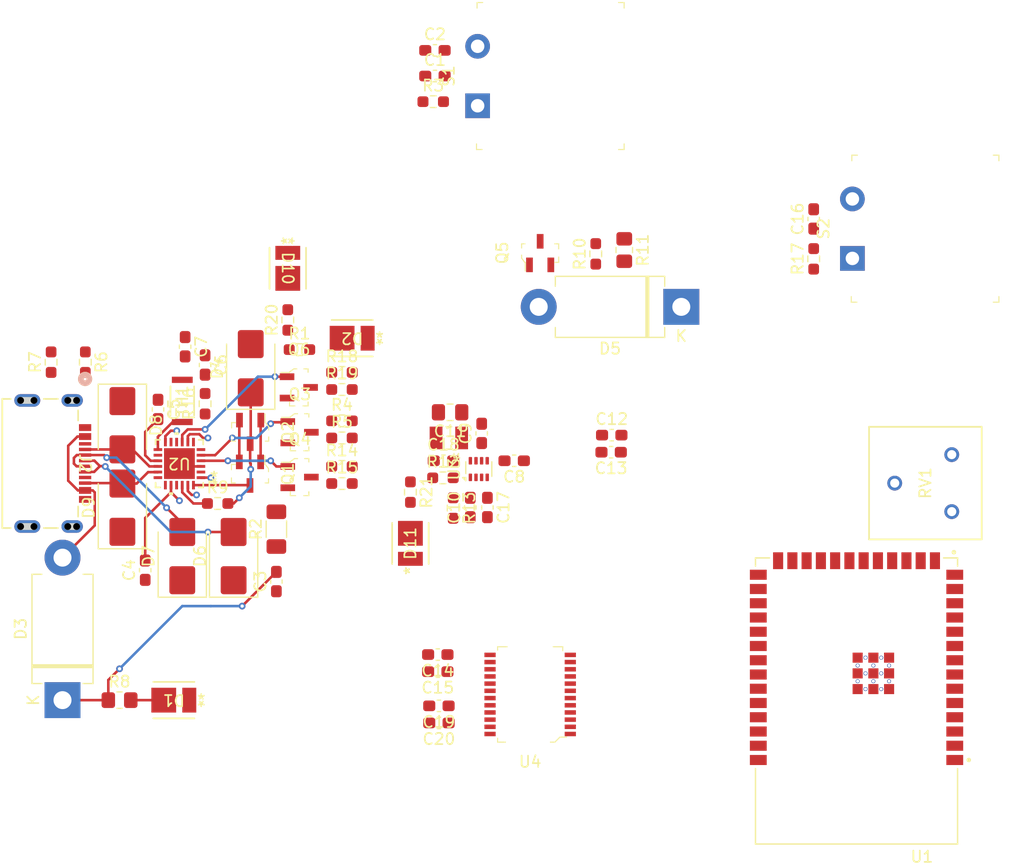
<source format=kicad_pcb>
(kicad_pcb (version 20241229) (generator "pcbnew") (generator_version "9.0")
  (layers (0 "F.Cu" signal) (2 "B.Cu" signal) (13 "F.Paste" user) (15 "B.Paste" user) (5 "F.SilkS" user "F.Silkscreen") (7 "B.SilkS" user "B.Silkscreen") (1 "F.Mask" user) (3 "B.Mask" user) (25 "Edge.Cuts" user))
  (net 0 "")
  (net 1 "GND")
  (net 2 "EN")
  (net 3 "VBUS_SEN")
  (net 4 "V5V")
  (net 5 "Net-(U2-IFB)")
  (net 6 "VOUT")
  (net 7 "Net-(U2-V18)")
  (net 8 "Net-(U3-SS)")
  (net 9 "Net-(U3-BST)")
  (net 10 "Net-(U3-SW)")
  (net 11 "ESP_3V3")
  (net 12 "GPIO-0")
  (net 13 "Net-(U3-FB)")
  (net 14 "Net-(D1-A)")
  (net 15 "Net-(D2-A)")
  (net 16 "VBUS")
  (net 17 "Net-(D5-A)")
  (net 18 "D+")
  (net 19 "D-")
  (net 20 "CC1")
  (net 21 "CC2")
  (net 22 "Net-(D10-A)")
  (net 23 "Net-(D11-A)")
  (net 30 "Net-(Q1-D)")
  (net 31 "Net-(Q1-S)")
  (net 32 "Net-(Q1-G)")
  (net 33 "PS_SCL")
  (net 34 "SCL")
  (net 35 "PS_SDA")
  (net 36 "SDA")
  (net 37 "Net-(Q5-G)")
  (net 38 "PS_INT")
  (net 39 "INT")
  (net 40 "Net-(U2-LED)")
  (net 41 "Net-(U2-VOUT)")
  (net 42 "ESP_SC")
  (net 43 "Net-(U2-PWR_EN)")
  (net 44 "ADC1_8")
  (net 45 "Net-(U2-OTP)")
  (net 46 "STBY")
  (net 49 "PWMB")
  (net 50 "BIN2")
  (net 51 "GPIO-5")
  (net 52 "GPIO-7")
  (net 54 "PWMA")
  (net 55 "BIN1")
  (net 56 "GPIO-6")
  (net 57 "GPIO-14")
  (net 58 "GPIO-12")
  (net 59 "RX")
  (net 62 "AIN1")
  (net 64 "GPIO-4")
  (net 66 "GPIO-11")
  (net 68 "GPIO-13")
  (net 70 "AIN2")
  (net 74 "TX")
  (net 85 "BO1")
  (net 86 "BO2")
  (net 87 "AO1")
  (net 88 "AO2")
  (footprint "Diode_SMD:D_SMB" (layer "F.Cu") (at 77.216 52.46 90)
    (property "Reference" "D4")
    (property "Value" "D_Zener")
  )
  (footprint "Capacitor_SMD:C_0603_1608Metric_Pad1.08x0.95mm_HandSolder" (layer "F.Cu") (at 109.3735 58.42)
    (property "Reference" "C12")
    (property "Value" "22uF")
  )
  (footprint "Resistor_SMD:R_0603_1608Metric_Pad0.98x0.95mm_HandSolder" (layer "F.Cu") (at 85.344 54.356)
    (property "Reference" "R19")
    (property "Value" "5.1k")
  )
  (footprint "Capacitor_SMD:C_0603_1608Metric_Pad1.08x0.95mm_HandSolder" (layer "F.Cu") (at 93.98 82.55 180)
    (property "Reference" "C19")
    (property "Value" "100nF")
  )
  (footprint "digikey-footprints:SOT-23-3" (layer "F.Cu") (at 77.15 61.8576 -90)
    (property "Reference" "Q1")
    (property "Value" "BSS138")
  )
  (footprint "Capacitor_SMD:C_0603_1608Metric_Pad1.08x0.95mm_HandSolder" (layer "F.Cu") (at 94.3875 60.706)
    (property "Reference" "C18")
    (property "Value" "22pF")
  )
  (footprint "Footprints:XCVR_ESP32-S2-SOLO-N4" (layer "F.Cu") (at 131.178 82.116 180)
    (property "Reference" "U1")
    (property "Value" "ESP32-S2-SOLO-N4")
  )
  (footprint "Diode_SMD:D_SMB" (layer "F.Cu") (at 65.786 57.54 -90)
    (property "Reference" "D8")
    (property "Value" "T15B12")
  )
  (footprint "Capacitor_SMD:C_0603_1608Metric_Pad1.08x0.95mm_HandSolder" (layer "F.Cu") (at 97.79 58.2665 90)
    (property "Reference" "C9")
    (property "Value" "100nF")
  )
  (footprint "Resistor_SMD:R_0603_1608Metric_Pad0.98x0.95mm_HandSolder" (layer "F.Cu") (at 127.362 42.7125 90)
    (property "Reference" "R17")
    (property "Value" "10k")
  )
  (footprint "Capacitor_SMD:C_0603_1608Metric_Pad1.08x0.95mm_HandSolder" (layer "F.Cu") (at 100.6845 60.706 180)
    (property "Reference" "C8")
    (property "Value" "33nF")
  )
  (footprint "Capacitor_SMD:C_0603_1608Metric_Pad1.08x0.95mm_HandSolder" (layer "F.Cu") (at 73.152 52.1705 -90)
    (property "Reference" "C6")
    (property "Value" "10uF")
  )
  (footprint "Diode_SMD:D_SMB" (layer "F.Cu") (at 65.786 64.888 90)
    (property "Reference" "D9")
    (property "Value" "T15B12")
  )
  (footprint "Capacitor_SMD:C_0603_1608Metric_Pad1.08x0.95mm_HandSolder" (layer "F.Cu") (at 71.374 50.546 -90)
    (property "Reference" "C7")
    (property "Value" "100nF")
  )
  (footprint "Resistor_SMD:R_0603_1608Metric_Pad0.98x0.95mm_HandSolder" (layer "F.Cu") (at 85.344 61.214)
    (property "Reference" "R14")
    (property "Value" "5.1k")
  )
  (footprint "Resistor_SMD:R_0603_1608Metric_Pad0.98x0.95mm_HandSolder" (layer "F.Cu") (at 85.344 62.738)
    (property "Reference" "R15")
    (property "Value" "5.1k")
  )
  (footprint "Capacitor_SMD:C_0603_1608Metric_Pad1.08x0.95mm_HandSolder" (layer "F.Cu") (at 98.298 64.8705 -90)
    (property "Reference" "C17")
    (property "Value" "10uF")
  )
  (footprint "Resistor_SMD:R_0603_1608Metric_Pad0.98x0.95mm_HandSolder" (layer "F.Cu") (at 59.436 51.9195 90)
    (property "Reference" "R7")
    (property "Value" "5.1k")
  )
  (footprint "Resistor_SMD:R_0603_1608Metric_Pad0.98x0.95mm_HandSolder" (layer "F.Cu") (at 95.25 64.9205 -90)
    (property "Reference" "R13")
    (property "Value" "10k")
  )
  (footprint "Resistor_SMD:R_0603_1608Metric_Pad0.98x0.95mm_HandSolder" (layer "F.Cu") (at 85.344 52.832)
    (property "Reference" "R18")
    (property "Value" "5.1k")
  )
  (footprint "Footprints:CB2518T4R7MR" (layer "F.Cu") (at 94.866 58.674 180)
    (property "Reference" "L1")
    (property "Value" "4.7uH")
  )
  (footprint "Resistor_SMD:R_0603_1608Metric_Pad0.98x0.95mm_HandSolder" (layer "F.Cu") (at 94.3375 62.23)
    (property "Reference" "R12")
    (property "Value" "30.9k")
  )
  (footprint "Footprints:LED" (layer "F.Cu") (at 70.369001 82.042 180)
    (property "Reference" "D1")
    (property "Value" "BLUE LED")
  )
  (footprint "digikey-footprints:SOT-23-3" (layer "F.Cu") (at 81.568 62.164)
    (property "Reference" "Q4")
    (property "Value" "BSS138")
  )
  (footprint "Footprints:LED" (layer "F.Cu") (at 91.44 68.072 90)
    (property "Reference" "D11")
    (property "Value" "GREEN LED")
  )
  (footprint "Resistor_SMD:R_0603_1608Metric_Pad0.98x0.95mm_HandSolder" (layer "F.Cu") (at 62.484 51.9195 -90)
    (property "Reference" "R6")
    (property "Value" "5.1k")
  )
  (footprint "digikey-footprints:SOT-23-3" (layer "F.Cu") (at 81.568 58.166)
    (property "Reference" "Q3")
    (property "Value" "BSS138")
  )
  (footprint "digikey-footprints:PushButton_12x12mm_THT_GPTS203211B" (layer "F.Cu") (at 97.428 29.066 90)
    (property "Reference" "S1")
    (property "Value" "GPTS203211B")
  )
  (footprint "digikey-footprints:PushButton_12x12mm_THT_GPTS203211B" (layer "F.Cu") (at 130.81 42.672 90)
    (property "Reference" "S2")
    (property "Value" "GPTS203211B")
  )
  (footprint "Capacitor_SMD:C_0603_1608Metric_Pad1.08x0.95mm_HandSolder" (layer "F.Cu") (at 93.8795 79.502 180)
    (property "Reference" "C15")
    (property "Value" "10uF")
  )
  (footprint "Resistor_SMD:R_0603_1608Metric_Pad0.98x0.95mm_HandSolder" (layer "F.Cu") (at 107.95 42.2675 90)
    (property "Reference" "R10")
    (property "Value" "220")
  )
  (footprint "Footprints:NC20K00103KBA" (layer "F.Cu") (at 71.12 55.372 90)
    (property "Reference" "TH1")
    (property "Value" "NTC-10k")
  )
  (footprint "Resistor_SMD:R_0603_1608Metric_Pad0.98x0.95mm_HandSolder" (layer "F.Cu") (at 85.344 57.15)
    (property "Reference" "R4")
    (property "Value" "5.1k")
  )
  (footprint "Capacitor_SMD:C_0805_2012Metric_Pad1.18x1.45mm_HandSolder" (layer "F.Cu") (at 94.9745 56.388 180)
    (property "Reference" "C11")
    (property "Value" "47uF")
  )
  (footprint "Diode_THT:D_DO-201AD_P12.70mm_Horizontal" (layer "F.Cu") (at 115.57 46.99 180)
    (property "Reference" "D5")
    (property "Value" "D_Schottky")
  )
  (footprint "Footprints:LED" (layer "F.Cu") (at 86.255 49.784 180)
    (property "Reference" "D2")
    (property "Value" "WHITE LED")
  )
  (footprint "Footprints:3310Y" (layer "F.Cu") (at 139.66 65.24 90)
    (property "Reference" "RV1")
    (property "Value" "Potentiometer")
  )
  (footprint "digikey-footprints:LSSOP-24_W5.6mm" (layer "F.Cu") (at 102.108 81.534 180)
    (property "Reference" "U4")
    (property "Value" "TB6612FNG_C_8_EL")
  )
  (footprint "Capacitor_SMD:C_0603_1608Metric_Pad1.08x0.95mm_HandSolder" (layer "F.Cu") (at 93.6255 24.13)
    (property "Reference" "C2")
    (property "Value" "100nF")
  )
  (footprint "Capacitor_SMD:C_0603_1608Metric_Pad1.08x0.95mm_HandSolder" (layer "F.Cu") (at 68.961 56.134 -90)
    (property "Reference" "C5")
    (property "Value" "100nF")
  )
  (footprint "Resistor_SMD:R_0603_1608Metric_Pad0.98x0.95mm_HandSolder" (layer "F.Cu") (at 91.44 63.5 -90)
    (property "Reference" "R21")
    (property "Value" "5.1k")
  )
  (footprint "Resistor_SMD:R_0603_1608Metric_Pad0.98x0.95mm_HandSolder" (layer "F.Cu") (at 80.518 48.1565 90)
    (property "Reference" "R20")
    (property "Value" "5.1k")
  )
  (footprint "Capacitor_SMD:C_0603_1608Metric_Pad1.08x0.95mm_HandSolder" (layer "F.Cu") (at 127.362 39.1565 90)
    (property "Reference" "C16")
    (property "Value" "1uF")
  )
  (footprint "Footprints:USB4520-03-0-A" (layer "F.Cu") (at 58.465339 60.948001 -90)
    (property "Reference" "J2")
    (property "Value" "USB4520-03-0-A")
    (fp_line (start -5.620001 1.748178) (end -5.620001 0.554378) (stroke (width 0.6096)) (layer "Edge.Cuts"))
    (fp_line (start 5.620001 1.748178) (end 5.620001 0.554378) (stroke (width 0.6096)) (layer "Edge.Cuts"))
    (fp_line (start -5.619999 -2.455022) (end -5.619999 -3.242422) (stroke (width 0.6096)) (layer "Edge.Cuts"))
    (fp_line (start 5.619999 -2.455022) (end 5.619999 -3.242422) (stroke (width 0.6096)) (layer "Edge.Cuts"))
  )
  (footprint "Footprints:AP33772DKZ" (layer "F.Cu") (at 70.866 60.96 180)
    (property "Reference" "U2")
    (property "Value" "AP33772SDKZ-13")
  )
  (footprint "Capacitor_SMD:C_0603_1608Metric_Pad1.08x0.95mm_HandSolder" (layer "F.Cu") (at 109.3205 59.944 180)
    (property "Reference" "C13")
    (property "Value" "100nF")
  )
  (footprint "Package_TO_SOT_SMD:SOT-583-8" (layer "F.Cu") (at 97.532 61.446 90)
    (property "Reference" "U3")
    (property "Value" "TPS62933")
  )
  (footprint "digikey-footprints:SOT-23-3" (layer "F.Cu") (at 102.997 42.198 90)
    (property "Reference" "Q5")
    (property "Value" "GSFC0201")
  )
  (footprint "Resistor_SMD:R_0805_2012Metric_Pad1.20x1.40mm_HandSolder" (layer "F.Cu") (at 110.49 41.926 -90)
    (property "Reference" "R11")
    (property "Value" "100k")
  )
  (footprint "Footprints:LED" (layer "F.Cu") (at 80.518 43.549999 -90)
    (property "Reference" "D10")
    (property "Value" "RED LED")
  )
  (footprint "Diode_SMD:D_SMB" (layer "F.Cu") (at 75.692 69.206 90)
    (property "Reference" "D6")
    (property "Value" "T15B12")
  )
  (footprint "Resistor_SMD:R_0603_1608Metric_Pad0.98x0.95mm_HandSolder" (layer "F.Cu") (at 74.2715 64.516)
    (property "Reference" "R9")
    (property "Value" "100")
  )
  (footprint "Capacitor_SMD:C_0603_1608Metric_Pad1.08x0.95mm_HandSolder" (layer "F.Cu") (at 96.774 64.8705 90)
    (property "Reference" "C10")
    (property "Value" "100nF")
  )
  (footprint "Capacitor_SMD:C_0603_1608Metric_Pad1.08x0.95mm_HandSolder" (layer "F.Cu") (at 93.6255 26.416)
    (property "Reference" "C1")
    (property "Value" "1uF")
  )
  (footprint "Capacitor_SMD:C_0603_1608Metric_Pad1.08x0.95mm_HandSolder" (layer "F.Cu") (at 67.818 70.4585 90)
    (property "Reference" "C4")
    (property "Value" "1uF")
  )
  (footprint "Resistor_SMD:R_0805_2012Metric_Pad1.20x1.40mm_HandSolder" (layer "F.Cu") (at 65.532 82.042)
    (property "Reference" "R8")
    (property "Value" "100k")
  )
  (footprint "digikey-footprints:SOT-23-3" (layer "F.Cu") (at 77.1652 58.132 -90)
    (property "Reference" "Q2")
    (property "Value" "BSS138")
  )
  (footprint "Resistor_SMD:R_0603_1608Metric_Pad0.98x0.95mm_HandSolder" (layer "F.Cu") (at 93.472 28.702)
    (property "Reference" "R3")
    (property "Value" "10k")
  )
  (footprint "Resistor_SMD:R_1206_3216Metric_Pad1.30x1.75mm_HandSolder" (layer "F.Cu") (at 79.502 66.802 90)
    (property "Reference" "R2")
    (property "Value" "5m")
  )
  (footprint "Capacitor_SMD:C_0603_1608Metric_Pad1.08x0.95mm_HandSolder" (layer "F.Cu") (at 79.502 71.4745 90)
    (property "Reference" "C3")
    (property "Value" "10uF")
  )
  (footprint "Resistor_SMD:R_0603_1608Metric_Pad0.98x0.95mm_HandSolder" (layer "F.Cu") (at 81.5575 50.8)
    (property "Reference" "R1")
    (property "Value" "5.1k")
  )
  (footprint "digikey-footprints:SOT-23-3" (layer "F.Cu") (at 81.5 54.168)
    (property "Reference" "Q6")
    (property "Value" "BSS138")
  )
  (footprint "Resistor_SMD:R_0603_1608Metric_Pad0.98x0.95mm_HandSolder" (layer "F.Cu") (at 85.344 58.674)
    (property "Reference" "R5")
    (property "Value" "5.1k")
  )
  (footprint "Capacitor_SMD:C_0603_1608Metric_Pad1.08x0.95mm_HandSolder" (layer "F.Cu") (at 93.8795 77.978 180)
    (property "Reference" "C14")
    (property "Value" "100nF")
  )
  (footprint "Diode_SMD:D_SMB" (layer "F.Cu") (at 71.12 69.206 90)
    (property "Reference" "D7")
    (property "Value" "T15B12")
  )
  (footprint "Diode_THT:D_DO-201AD_P12.70mm_Horizontal" (layer "F.Cu") (at 60.452 82.042 90)
    (property "Reference" "D3")
    (property "Value" "D_Schottky")
  )
  (footprint "Resistor_SMD:R_0603_1608Metric_Pad0.98x0.95mm_HandSolder" (layer "F.Cu") (at 73.152 55.626 90)
    (property "Reference" "R16")
    (property "Value" "10")
  )
  (footprint "Capacitor_SMD:C_0603_1608Metric_Pad1.08x0.95mm_HandSolder" (layer "F.Cu") (at 93.98 84.074 180)
    (property "Reference" "C20")
    (property "Value" "10uF")
  )
  (segment (start 72.7837 61.210063) (end 71.116063 61.210063) (width 0.2286) (layer "F.Cu") (net 1))
  (segment (start 71.116063 61.210063) (end 70.866 60.96) (width 0.2286) (layer "F.Cu") (net 1))
  (segment (start 76.454 73.66) (end 79.502 70.612) (width 0.2286) (layer "F.Cu") (net 3))
  (segment (start 64.532 80.248) (end 65.532 79.248) (width 0.2286) (layer "F.Cu") (net 3))
  (segment (start 73.640315 62.210315) (end 73.66 62.23) (width 0.2286) (layer "F.Cu") (net 3))
  (segment (start 64.532 82.042) (end 60.452 82.042) (width 0.2286) (layer "F.Cu") (net 3))
  (segment (start 72.7837 62.210315) (end 73.640315 62.210315) (width 0.2286) (layer "F.Cu") (net 3))
  (segment (start 64.532 82.042) (end 64.532 80.248) (width 0.2286) (layer "F.Cu") (net 3))
  (via (at 73.66 62.23) (size 0.6) (drill 0.3) (layers "F.Cu" "B.Cu") (net 3))
  (via (at 76.454 73.66) (size 0.6) (drill 0.3) (layers "F.Cu" "B.Cu") (net 3))
  (via (at 65.532 79.248) (size 0.6) (drill 0.3) (layers "F.Cu" "B.Cu") (net 3))
  (segment (start 73.66 73.66) (end 76.454 73.66) (width 0.2286) (layer "B.Cu") (net 3))
  (segment (start 65.532 79.248) (end 71.12 73.66) (width 0.2286) (layer "B.Cu") (net 3))
  (segment (start 76.454 73.66) (end 76.2 73.66) (width 0.2286) (layer "B.Cu") (net 3))
  (segment (start 71.12 73.66) (end 73.66 73.66) (width 0.2286) (layer "B.Cu") (net 3))
  (segment (start 70.115811 62.8777) (end 70.115811 63.511811) (width 0.2286) (layer "F.Cu") (net 4))
  (segment (start 70.115811 63.511811) (end 67.818 65.809622) (width 0.2286) (layer "F.Cu") (net 4))
  (segment (start 70.115811 63.511811) (end 70.866 64.262) (width 0.2286) (layer "F.Cu") (net 4))
  (segment (start 67.818 65.809622) (end 67.818 69.596) (width 0.2286) (layer "F.Cu") (net 4))
  (via (at 70.866 64.262) (size 0.6) (drill 0.3) (layers "F.Cu" "B.Cu") (net 4))
  (segment (start 67.818 58.1395) (end 68.961 56.9965) (width 0.2286) (layer "F.Cu") (net 5))
  (segment (start 68.309826 60.709937) (end 67.818 60.218111) (width 0.2286) (layer "F.Cu") (net 5))
  (segment (start 68.9483 60.709937) (end 68.309826 60.709937) (width 0.2286) (layer "F.Cu") (net 5))
  (segment (start 67.818 60.218111) (end 67.818 58.1395) (width 0.2286) (layer "F.Cu") (net 5))
  (segment (start 77.216 61.468) (end 77.216 60.96) (width 0.2286) (layer "F.Cu") (net 6))
  (segment (start 77.1652 60.9092) (end 77.1652 59.182) (width 0.2286) (layer "F.Cu") (net 6))
  (segment (start 75.184 64.516) (end 75.692 64.516) (width 0.2286) (layer "F.Cu") (net 6))
  (segment (start 77.216 60.96) (end 77.1652 60.9092) (width 0.2286) (layer "F.Cu") (net 6))
  (segment (start 77.216 59.1312) (end 77.1652 59.182) (width 0.2286) (layer "F.Cu") (net 6))
  (segment (start 75.692 64.516) (end 76.2 64.008) (width 0.2286) (layer "F.Cu") (net 6))
  (segment (start 77.216 54.61) (end 77.216 59.1312) (width 0.2286) (layer "F.Cu") (net 6))
  (via (at 77.216 61.468) (size 0.6) (drill 0.3) (layers "F.Cu" "B.Cu") (net 6))
  (via (at 76.2 64.008) (size 0.6) (drill 0.3) (layers "F.Cu" "B.Cu") (net 6))
  (segment (start 77.216 62.992) (end 77.216 61.468) (width 0.2286) (layer "B.Cu") (net 6))
  (segment (start 76.2 64.008) (end 77.216 62.992) (width 0.2286) (layer "B.Cu") (net 6))
  (segment (start 69.615685 59.0423) (end 69.615685 58.511246) (width 0.2286) (layer "F.Cu") (net 7))
  (segment (start 69.615685 58.511246) (end 70.09593 58.031001) (width 0.2286) (layer "F.Cu") (net 7))
  (segment (start 70.09593 58.031001) (end 70.627835 58.031001) (width 0.2286) (layer "F.Cu") (net 7))
  (via (at 70.627835 58.031001) (size 0.6) (drill 0.3) (layers "F.Cu" "B.Cu") (net 7))
  (segment (start 66.532 82.042) (end 69.469 82.042) (width 0.2286) (layer "F.Cu") (net 14))
  (segment (start 62.464061 63.348001) (end 63.14556 63.348001) (width 0.2286) (layer "F.Cu") (net 16))
  (segment (start 63.325461 66.468539) (end 60.452 69.342) (width 0.2286) (layer "F.Cu") (net 16))
  (segment (start 60.96 59.372963) (end 60.96 62.484) (width 0.2286) (layer "F.Cu") (net 16))
  (segment (start 62.464061 58.548001) (end 61.784962 58.548001) (width 0.2286) (layer "F.Cu") (net 16))
  (segment (start 63.14556 63.348001) (end 63.325461 63.527902) (width 0.2286) (layer "F.Cu") (net 16))
  (segment (start 63.325461 63.527902) (end 63.325461 66.468539) (width 0.2286) (layer "F.Cu") (net 16))
  (segment (start 61.784962 58.548001) (end 60.96 59.372963) (width 0.2286) (layer "F.Cu") (net 16))
  (segment (start 61.824001 63.348001) (end 62.464061 63.348001) (width 0.2286) (layer "F.Cu") (net 16))
  (segment (start 60.96 62.484) (end 61.824001 63.348001) (width 0.2286) (layer "F.Cu") (net 16))
  (segment (start 73.406 67.056) (end 75.692 67.056) (width 0.2286) (layer "F.Cu") (net 18))
  (segment (start 63.269998 61.698002) (end 62.464061 61.698002) (width 0.2286) (layer "F.Cu") (net 18))
  (segment (start 64.231039 61.18642) (end 64.261527 61.216908) (width 0.2286) (layer "F.Cu") (net 18))
  (segment (start 63.293161 60.698001) (end 63.78158 61.18642) (width 0.2286) (layer "F.Cu") (net 18))
  (segment (start 62.464061 60.698001) (end 63.293161 60.698001) (width 0.2286) (layer "F.Cu") (net 18))
  (segment (start 63.78158 61.18642) (end 64.231039 61.18642) (width 0.2286) (layer "F.Cu") (net 18))
  (segment (start 63.78158 61.18642) (end 63.269998 61.698002) (width 0.2286) (layer "F.Cu") (net 18))
  (via (at 64.261527 61.216908) (size 0.6) (drill 0.3) (layers "F.Cu" "B.Cu") (net 18))
  (via (at 73.406 67.056) (size 0.6) (drill 0.3) (layers "F.Cu" "B.Cu") (net 18))
  (segment (start 68.322619 65.278) (end 70.100619 67.056) (width 0.2286) (layer "B.Cu") (net 18))
  (segment (start 70.100619 67.056) (end 73.406 67.056) (width 0.2286) (layer "B.Cu") (net 18))
  (segment (start 64.261527 61.216908) (end 68.322619 65.278) (width 0.2286) (layer "B.Cu") (net 18))
  (segment (start 61.706001 61.198001) (end 61.468 60.96) (width 0.2286) (layer "F.Cu") (net 19))
  (segment (start 69.723 64.897) (end 71.12 66.294) (width 0.2286) (layer "F.Cu") (net 19))
  (segment (start 61.468 60.452) (end 61.722 60.198) (width 0.2286) (layer "F.Cu") (net 19))
  (segment (start 62.464061 61.198001) (end 61.706001 61.198001) (width 0.2286) (layer "F.Cu") (net 19))
  (segment (start 62.464061 60.198) (end 64.160712 60.198) (width 0.2286) (layer "F.Cu") (net 19))
  (segment (start 61.722 60.198) (end 62.464061 60.198) (width 0.2286) (layer "F.Cu") (net 19))
  (segment (start 64.160712 60.198) (end 64.39 60.427288) (width 0.2286) (layer "F.Cu") (net 19))
  (segment (start 71.12 66.294) (end 71.12 67.056) (width 0.2286) (layer "F.Cu") (net 19))
  (segment (start 61.468 60.96) (end 61.468 60.452) (width 0.2286) (layer "F.Cu") (net 19))
  (via (at 64.39 60.427288) (size 0.6) (drill 0.3) (layers "F.Cu" "B.Cu") (net 19))
  (via (at 69.723 64.897) (size 0.6) (drill 0.3) (layers "F.Cu" "B.Cu") (net 19))
  (segment (start 69.723 64.897) (end 65.253288 60.427288) (width 0.2286) (layer "B.Cu") (net 19))
  (segment (start 65.253288 60.427288) (end 64.39 60.427288) (width 0.2286) (layer "B.Cu") (net 19))
  (segment (start 65.532 59.69) (end 65.523999 59.698001) (width 0.2286) (layer "F.Cu") (net 20))
  (segment (start 66.675 59.69) (end 65.786 59.69) (width 0.2286) (layer "F.Cu") (net 20))
  (segment (start 65.523999 59.698001) (end 62.464061 59.698001) (width 0.2286) (layer "F.Cu") (net 20))
  (segment (start 68.195063 61.210063) (end 66.675 59.69) (width 0.2286) (layer "F.Cu") (net 20))
  (segment (start 68.9483 61.210063) (end 68.195063 61.210063) (width 0.2286) (layer "F.Cu") (net 20))
  (segment (start 65.786 59.69) (end 65.532 59.69) (width 0.2286) (layer "F.Cu") (net 20))
  (segment (start 68.936489 61.722) (end 68.9483 61.710189) (width 0.2286) (layer "F.Cu") (net 21))
  (segment (start 68.072 61.722) (end 68.936489 61.722) (width 0.2286) (layer "F.Cu") (net 21))
  (segment (start 67.056 62.738) (end 68.072 61.722) (width 0.2286) (layer "F.Cu") (net 21))
  (segment (start 65.746 62.698) (end 65.786 62.738) (width 0.2286) (layer "F.Cu") (net 21))
  (segment (start 62.464061 62.698) (end 65.746 62.698) (width 0.2286) (layer "F.Cu") (net 21))
  (segment (start 66 62.698) (end 66.04 62.738) (width 0.2286) (layer "F.Cu") (net 21))
  (segment (start 67.056 62.738) (end 65.786 62.738) (width 0.2286) (layer "F.Cu") (net 21))
  (segment (start 78.1 60.8076) (end 78.1 57.0972) (width 0.2286) (layer "F.Cu") (net 30))
  (segment (start 78.1 57.0972) (end 78.1152 57.082) (width 0.2286) (layer "F.Cu") (net 30))
  (segment (start 72.116315 62.8777) (end 77.1201 62.8777) (width 0.2286) (layer "F.Cu") (net 31))
  (segment (start 77.1201 62.8777) (end 77.15 62.9076) (width 0.2286) (layer "F.Cu") (net 31))
  (segment (start 76.2 57.0972) (end 76.2152 57.082) (width 0.2286) (layer "F.Cu") (net 32))
  (segment (start 76.2 60.8076) (end 76.2 57.0972) (width 0.2286) (layer "F.Cu") (net 32))
  (segment (start 80.457 57.277) (end 80.518 57.216) (width 0.2286) (layer "F.Cu") (net 33))
  (segment (start 79.121 57.277) (end 80.457 57.277) (width 0.2286) (layer "F.Cu") (net 33))
  (segment (start 74.049889 60.209811) (end 75.5857 58.674) (width 0.2286) (layer "F.Cu") (net 33))
  (segment (start 72.7837 60.209811) (end 74.049889 60.209811) (width 0.2286) (layer "F.Cu") (net 33))
  (segment (start 80.33 57.404) (end 80.518 57.216) (width 0.2286) (layer "F.Cu") (net 33))
  (segment (start 78.994 57.404) (end 79.121 57.277) (width 0.2286) (layer "F.Cu") (net 33))
  (via (at 78.994 57.404) (size 0.6) (drill 0.3) (layers "F.Cu" "B.Cu") (net 33))
  (via (at 75.5857 58.674) (size 0.6) (drill 0.3) (layers "F.Cu" "B.Cu") (net 33))
  (segment (start 75.5857 58.674) (end 77.724 58.674) (width 0.2286) (layer "B.Cu") (net 33))
  (segment (start 77.724 58.674) (end 78.994 57.404) (width 0.2286) (layer "B.Cu") (net 33))
  (segment (start 78.994 60.706) (end 79.502 61.214) (width 0.2286) (layer "F.Cu") (net 35))
  (segment (start 72.787637 60.706) (end 75.184 60.706) (width 0.2286) (layer "F.Cu") (net 35))
  (segment (start 79.502 61.214) (end 80.518 61.214) (width 0.2286) (layer "F.Cu") (net 35))
  (segment (start 72.7837 60.709937) (end 72.787637 60.706) (width 0.2286) (layer "F.Cu") (net 35))
  (via (at 78.994 60.706) (size 0.6) (drill 0.3) (layers "F.Cu" "B.Cu") (net 35))
  (via (at 75.184 60.706) (size 0.6) (drill 0.3) (layers "F.Cu" "B.Cu") (net 35))
  (segment (start 75.184 60.706) (end 78.994 60.706) (width 0.2286) (layer "B.Cu") (net 35))
  (segment (start 71.116063 59.0423) (end 71.116063 58.403826) (width 0.2286) (layer "F.Cu") (net 38))
  (segment (start 71.116063 58.403826) (end 71.607889 57.912) (width 0.2286) (layer "F.Cu") (net 38))
  (segment (start 80.445 53.213) (end 80.45 53.218) (width 0.2286) (layer "F.Cu") (net 38))
  (segment (start 71.607889 57.912) (end 73.152 57.912) (width 0.2286) (layer "F.Cu") (net 38))
  (segment (start 79.375 53.213) (end 80.445 53.213) (width 0.2286) (layer "F.Cu") (net 38))
  (via (at 79.375 53.213) (size 0.6) (drill 0.3) (layers "F.Cu" "B.Cu") (net 38))
  (via (at 73.152 57.912) (size 0.6) (drill 0.3) (layers "F.Cu" "B.Cu") (net 38))
  (segment (start 77.851 53.213) (end 79.375 53.213) (width 0.2286) (layer "B.Cu") (net 38))
  (segment (start 73.152 57.912) (end 77.851 53.213) (width 0.2286) (layer "B.Cu") (net 38))
  (segment (start 72.640239 58.3416) (end 72.972639 58.674) (width 0.2286) (layer "F.Cu") (net 40))
  (segment (start 71.785835 58.3416) (end 72.640239 58.3416) (width 0.2286) (layer "F.Cu") (net 40))
  (segment (start 72.972639 58.674) (end 73.406 58.674) (width 0.2286) (layer "F.Cu") (net 40))
  (segment (start 71.616189 58.511246) (end 71.785835 58.3416) (width 0.2286) (layer "F.Cu") (net 40))
  (segment (start 71.616189 59.0423) (end 71.616189 58.511246) (width 0.2286) (layer "F.Cu") (net 40))
  (via (at 73.406 58.674) (size 0.6) (drill 0.3) (layers "F.Cu" "B.Cu") (net 40))
  (segment (start 71.116063 62.8777) (end 71.116063 63.516174) (width 0.2286) (layer "F.Cu") (net 41))
  (segment (start 71.116063 63.516174) (end 72.115889 64.516) (width 0.2286) (layer "F.Cu") (net 41))
  (segment (start 72.115889 64.516) (end 73.359 64.516) (width 0.2286) (layer "F.Cu") (net 41))
  (segment (start 71.616189 63.408754) (end 71.961435 63.754) (width 0.2286) (layer "F.Cu") (net 43))
  (segment (start 71.616189 62.8777) (end 71.616189 63.408754) (width 0.2286) (layer "F.Cu") (net 43))
  (segment (start 71.961435 63.754) (end 72.39 63.754) (width 0.2286) (layer "F.Cu") (net 43))
  (via (at 72.39 63.754) (size 0.6) (drill 0.3) (layers "F.Cu" "B.Cu") (net 43))
  (segment (start 68.9483 58.571085) (end 70.267785 57.2516) (width 0.2286) (layer "F.Cu") (net 45))
  (segment (start 70.267785 57.2516) (end 71.12 57.2516) (width 0.2286) (layer "F.Cu") (net 45))
  (segment (start 68.9483 59.709685) (end 68.9483 58.571085) (width 0.2286) (layer "F.Cu") (net 45))
)
</source>
